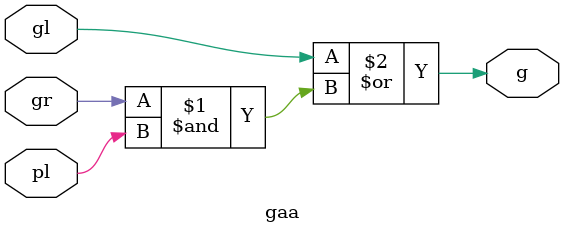
<source format=v>
module PPA #(parameter n=16)(
    input [n-1:0] in1,
    input [n-1:0] in2,
    output [n:0] out
    );
wire [n-1:0]P,G;
assign P=in1^in2;
assign G=in1&in2;
wire cin=0;
wire [7:0]gs1,ps1,gs2,ps2,gs3,ps3,gs4,ps4;
genvar i;
generate for(i=0;i<n/2;i=i+1) begin:faa1
	GA ins3(G[2*i],P[2*i],G[2*i+1],P[2*i+1],gs1[i],ps1[i]);
end
for(i=0;i<n/4;i=i+1) begin:faa2
	GA ins1(gs1[2*i],ps1[2*i],gs1[2*i+1],ps1[2*i+1],gs2[2*i],ps2[2*i]);
	GA ins2(gs1[2*i],ps1[2*i],G[4*i+2],P[4*i+2],gs2[2*i+1],ps2[2*i+1]);
end
endgenerate
////stage3
GA inst1(gs2[1],ps2[1],G[4],P[4],gs3[0],ps3[0]);
GA inst2(gs2[1],ps2[1],gs1[2],ps1[2],gs3[1],ps3[1]);
GA inst3(gs2[1],ps2[1],gs2[2],ps2[2],gs3[2],ps3[2]);
GA inst4(gs2[1],ps2[1],gs2[3],ps2[3],gs3[3],ps3[3]);
GA inst5(gs2[5],ps2[5],G[12],P[12],gs3[4],ps3[4]);
GA inst6(gs2[5],ps2[5],gs1[6],ps1[6],gs3[5],ps3[5]);
GA inst7(gs2[5],ps2[5],gs2[6],ps2[6],gs3[6],ps3[6]);
GA inst8(gs2[5],ps2[5],gs2[7],ps2[7],gs3[7],ps3[7]);

////stage4
GA inst11(gs3[3],ps3[3],G[8],P[8],gs4[0],ps4[0]);
GA inst12(gs3[3],ps3[3],gs1[4],ps1[4],gs4[1],ps4[1]);
GA inst13(gs3[3],ps3[3],gs2[4],ps2[4],gs4[2],ps4[2]);
GA inst14(gs3[3],ps3[3],gs2[5],ps2[5],gs4[3],ps4[3]);
GA inst15(gs3[3],ps3[3],gs3[4],ps3[4],gs4[4],ps4[4]);
GA inst16(gs3[3],ps3[3],gs3[5],ps3[5],gs4[5],ps4[5]);
GA inst17(gs3[3],ps3[3],gs3[6],ps3[6],gs4[6],ps4[6]);
GA inst18(gs3[3],ps3[3],gs3[7],ps3[7],gs4[7],ps4[7]);

assign out[15:8]={gs4[6]^P[15],gs4[5]^P[14],gs4[4]^P[13],gs4[3]^P[12],gs4[2]^P[11],gs4[1]^P[10],gs4[0]^P[9],gs3[3]^P[8]};
assign out[7:0]={gs3[2]^P[7],gs3[1]^P[6],gs3[0]^P[5],gs2[1]^P[4],gs2[0]^P[3],gs1[0]^P[2],G[0]^P[1],P[0]};
assign out[16]=gs4[7];
endmodule

module GA(
	input gr,
	input pr,
	input gl,
	input pl,
	output g,
	output p
	);
assign g=gl|(gr&pl);
assign p=pl&pr;
endmodule

module gaa(
	input gr,
	input gl,
	input pl,
	output g
	);
assign g=gl|(gr&pl);
endmodule


</source>
